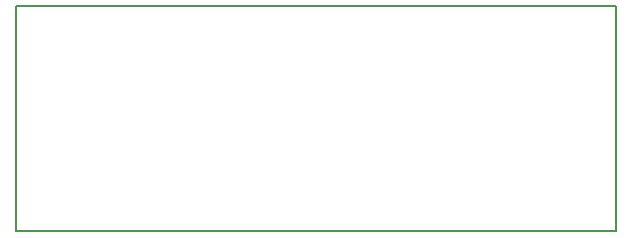
<source format=gbr>
G04 #@! TF.FileFunction,Profile,NP*
%FSLAX46Y46*%
G04 Gerber Fmt 4.6, Leading zero omitted, Abs format (unit mm)*
G04 Created by KiCad (PCBNEW 4.0.4-stable) date 06/15/19 16:16:51*
%MOMM*%
%LPD*%
G01*
G04 APERTURE LIST*
%ADD10C,0.100000*%
%ADD11C,0.150000*%
G04 APERTURE END LIST*
D10*
D11*
X127000000Y-50800000D02*
X127000000Y-69850000D01*
X127000000Y-69850000D02*
X177800000Y-69850000D01*
X177800000Y-69850000D02*
X177800000Y-50800000D01*
X127000000Y-50800000D02*
X177800000Y-50800000D01*
M02*

</source>
